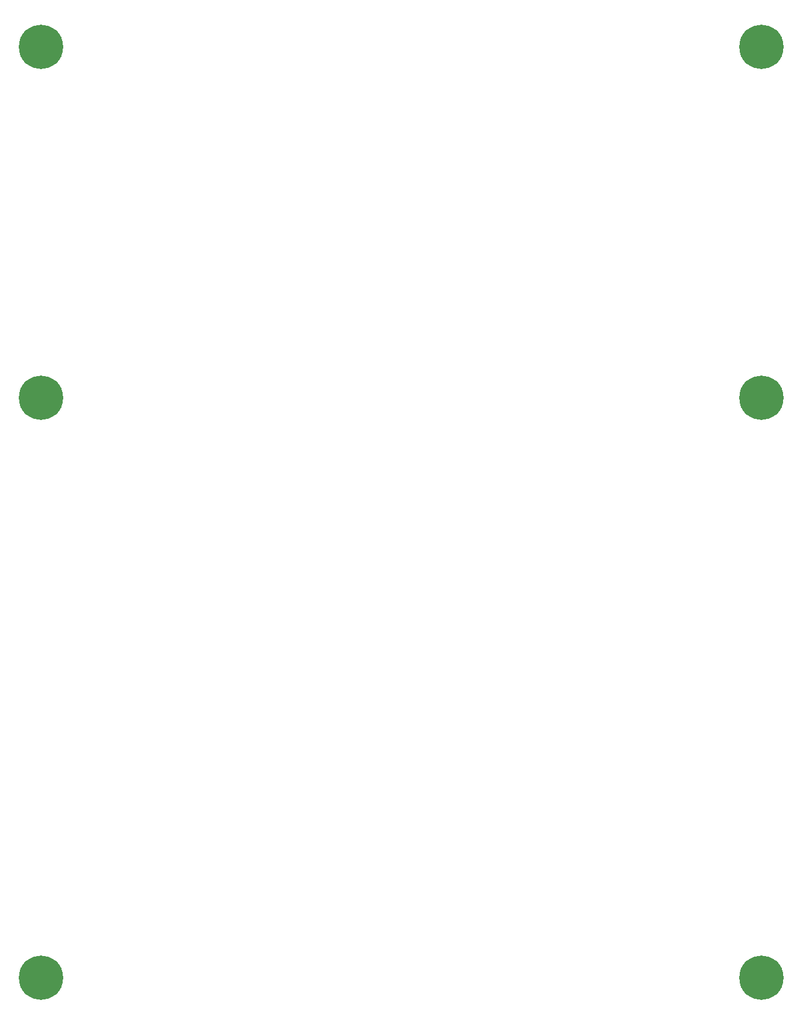
<source format=gbr>
%TF.GenerationSoftware,KiCad,Pcbnew,(7.0.0)*%
%TF.CreationDate,2023-06-10T10:58:39-03:00*%
%TF.ProjectId,panel,70616e65-6c2e-46b6-9963-61645f706362,rev?*%
%TF.SameCoordinates,Original*%
%TF.FileFunction,Soldermask,Top*%
%TF.FilePolarity,Negative*%
%FSLAX46Y46*%
G04 Gerber Fmt 4.6, Leading zero omitted, Abs format (unit mm)*
G04 Created by KiCad (PCBNEW (7.0.0)) date 2023-06-10 10:58:39*
%MOMM*%
%LPD*%
G01*
G04 APERTURE LIST*
%ADD10C,6.400000*%
G04 APERTURE END LIST*
D10*
%TO.C,J4*%
X45542200Y-165404800D03*
%TD*%
%TO.C,J3*%
X149682200Y-165404800D03*
%TD*%
%TO.C,J5*%
X45542200Y-81584800D03*
%TD*%
%TO.C,J1*%
X149682200Y-30865744D03*
%TD*%
%TO.C,J6*%
X45542200Y-30865744D03*
%TD*%
%TO.C,J2*%
X149682200Y-81584800D03*
%TD*%
M02*

</source>
